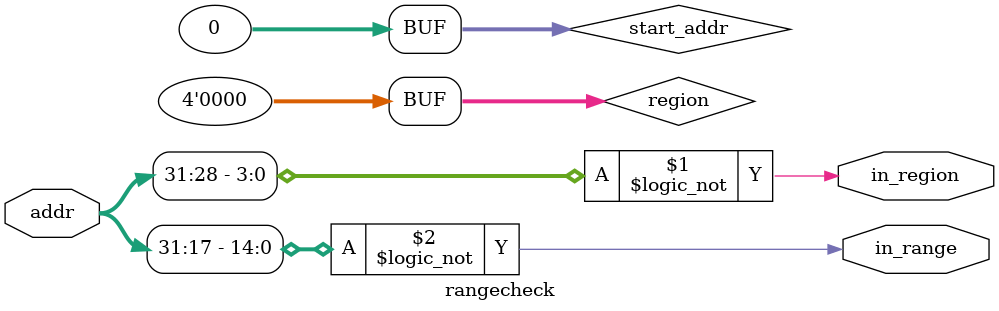
<source format=sv>



//
`define RV_FPGA_OPTIMIZE 1
`define RV_DCCM_SIZE 64
//`define RV_DCCM_SADR 32'hf0040000
//`define RV_DCCM_EADR 32'hf004ffff
//`define RV_ICCM_SADR 32'hee000000
//`define RV_ICCM_SIZE 512
//`define ASSERT_ON 
//`define DATAWIDTH 64
//`define CLOCK_PERIOD 100
//`define RV_PIC_SIZE 32
//`define RV_PIC_BASE_ADDR 32'hf00c0000
//`define RV_BTB_BTAG_FOLD 1
`define RV_BTB_INDEX2_LO 6
`define RV_BTB_ADDR_LO 4
`define RV_BTB_INDEX3_LO 8
`define RV_BTB_INDEX2_HI 7
`define RV_BTB_BTAG_SIZE 9
`define RV_BTB_INDEX3_HI 9
`define RV_BTB_INDEX1_HI 5
`define RV_BTB_ADDR_HI 5
`define RV_BTB_INDEX1_LO 4
`define RV_BHT_ADDR_HI 7
`define RV_BHT_GHR_RANGE 4:0
`define RV_BHT_HASH_STRING {ghr[3:2] ^ {ghr[3+1], {4-1-2{1'b0} } },hashin[5:4]^ghr[2-1:0]}
`define RV_BHT_ADDR_LO 4



module rvdff #( parameter WIDTH=1 )
   (
     input logic [WIDTH-1:0] din,
     input logic           clk,
 //    input logic           en,
     input logic                   rst_l,

     output logic [WIDTH-1:0] dout
     );

`ifdef CLOCKGATE
   always @(posedge tb_top.clk) begin
      #0 $strobe("CG: %0t %m din %x dout %x clk %b width %d",$time,din,dout,clk,WIDTH);
   end
`endif

   always_ff @(posedge clk or posedge rst_l) begin    //changed by me from active low to high  negedge
      if (rst_l == 1)
        dout[WIDTH-1:0] <= 32'd0;
      else if(rst_l == 0)
        dout[WIDTH-1:0] <= din[WIDTH-1:0];
       else
       dout[WIDTH-1:0] <= dout[WIDTH-1:0];
   end


endmodule

// rvdff with 2:1 input mux to flop din iff sel==1
module rvdffs #( parameter WIDTH=1 )
   (
     input logic [WIDTH-1:0] din,
     input logic             en,
     input logic           clk,
     input logic                   rst_l,
     output logic [WIDTH-1:0] dout
     );

   //rvdff #(WIDTH) dffs (.din((en) ? din[WIDTH-1:0] : dout[WIDTH-1:0]), .*);
   rvdff #(WIDTH) dffs (.din(din), .*);

endmodule



// versions with clock enables .clken to assist in RV_FPGA_OPTIMIZE
module rvdff_fpga #( parameter WIDTH=1 )
   (
     input logic [WIDTH-1:0] din,
     input logic           clk,
     input logic           clken,
     input logic           rawclk,
     input logic           rst_l,
     input logic           scan_mode,

     output logic [WIDTH-1:0] dout
     );

`ifdef RV_FPGA_OPTIMIZE
    rvdffs #(WIDTH) dffs (.clk(rawclk), .en(clken), .*);
`else
    rvdff #(WIDTH)  dff (.*);
`endif



endmodule

// rvdff with 2:1 input mux to flop din iff sel==1
module rvdffs_fpga #( parameter WIDTH=1 )
   (
     input logic [WIDTH-1:0] din,
     input logic             en,
     input logic           clk,
     input logic           clken,
     input logic           rawclk,
     input logic           rst_l,
     input logic           scan_mode,
     output logic [WIDTH-1:0] dout
     );

`ifdef RV_FPGA_OPTIMIZE
   rvdffs #(WIDTH)   dffs (.clk(rawclk), .en(clken), .*);     //en coment by me
`else
   rvdffs #(WIDTH)   dffs (.*);
`endif

endmodule

// rvdff with en and clear
module rvdffsc_fpga #( parameter WIDTH=1 )
   (
     input logic [WIDTH-1:0] din,
     input logic             en,
     input logic             clear,
     input logic             clk,
     input logic             clken,
     input logic             rawclk,
     input logic             rst_l,
     input logic             scan_mode,
     output logic [WIDTH-1:0] dout
     );

`ifdef RV_FPGA_OPTIMIZE
   rvdffs  #(WIDTH)   dffs  (.clk(rawclk), .din(din[WIDTH-1:0] & {WIDTH{~clear}}),.en((en | clear) & clken), .*);
`else
   rvdffsc #(WIDTH)   dffsc (.*);
`endif

endmodule


`ifndef RV_FPGA_OPTIMIZE
module rvclkhdr
  (
   input  logic en,
   input  logic clk,
   input  logic scan_mode,
   output logic l1clk
   );

   logic        TE;
   assign       TE = scan_mode;

   abc clkhdr ( .*, .E(en), .CP(clk), .Q(l1clk));   //by me TEC_RV_ICG to abc

endmodule // rvclkhdr
`endif


module rvdffe #( parameter WIDTH=1, parameter OVERRIDE=0 )
   (
     input  logic [WIDTH-1:0] din,
     input  logic           en,
     input  logic           clk,
     input  logic           rst_l,
     input  logic             scan_mode,
     output logic [WIDTH-1:0] dout
     );

   logic                      l1clk;


`ifndef PHYSICAL
   if (WIDTH >= 8 || OVERRIDE==1) begin: genblock
`endif

`ifdef RV_FPGA_OPTIMIZE
      rvdffs #(WIDTH) dff ( .* );
`else
      rvclkhdr clkhdr ( .* );
      rvdff #(WIDTH) dff (.*, .clk(l1clk));
`endif

//`ifndef PHYSICAL
   end
//   else
//      $error("%m: rvdffe width must be >= 8");
//`endif


endmodule // rvdffe

// Check if the S_ADDR <= addr < E_ADDR
module rangecheck  #(parameter CCM_SADR = 32'h0, parameter CCM_SIZE  = 128) 
(
   input  logic [31:0]   addr,                             // Address to be checked for range
   output logic          in_range,                            // S_ADDR <= start_addr < E_ADDR
   output logic          in_region
);

   localparam REGION_BITS = 4;
   localparam MASK_BITS = 10 + $clog2(CCM_SIZE);

   logic [31:0]          start_addr;
   logic [3:0]           region;

   assign start_addr[31:0]        = CCM_SADR;
   assign region[REGION_BITS-1:0] = start_addr[31:(32-REGION_BITS)];

   assign in_region = (addr[31:(32-REGION_BITS)] == region[REGION_BITS-1:0]);
   if (CCM_SIZE  == 48)
    assign in_range  = (addr[31:MASK_BITS] == start_addr[31:MASK_BITS]) & ~(&addr[MASK_BITS-1 : MASK_BITS-2]);
   else
    assign in_range  = (addr[31:MASK_BITS] == start_addr[31:MASK_BITS]);

endmodule  // rvrangechecker




</source>
